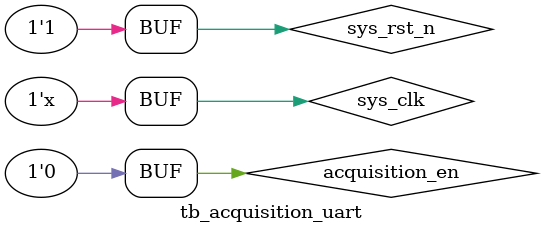
<source format=v>
`timescale 1ns / 1ps


module tb_acquisition_uart ();
  // parameter define
  parameter CLK_PERIOD = 20;

  parameter SYS_CLK_FREQ = 50_000_000;  // system clock frequency
  parameter BAUD_RATE = 115_200;  // baud rate

  // reg define
  reg        sys_clk;
  reg        sys_rst_n;
  reg  [7:0] ad_data;
  reg        acquisition_en;

  // wire define
  wire       clk_50m;  // 50MHz clock
  wire       clk_25m;  // 25MHz clock
  wire       locked;  // pll lock signal
  wire       rst_n;  // reset signal, active low

  wire       uart_tx_en;
  wire [7:0] uart_tx_data;
  wire       uart_tx_busy;

  // initial block
  initial begin
    sys_clk = 1'b0;
    sys_rst_n = 1'b0;
    acquisition_en = 1'b0;
    #200 sys_rst_n = 1'b1;
    #10000 acquisition_en = 1'b1;
    #100 acquisition_en = 1'b0;
  end

  // main code

  assign rst_n = sys_rst_n & locked; // generate a new reset signal from system reset and pll lock signal

  // clock gen
  always #(CLK_PERIOD / 2) sys_clk = ~sys_clk;  // 50MHz

  // ad simulation
  always @(posedge clk_25m or negedge rst_n) begin
    if (!rst_n) begin
      ad_data <= 8'd0;
    end else begin
      ad_data <= ad_data + 1'b1;
    end
  end

  // pll
  clk_wiz_0 clk_wiz_tb_au (
      .clk_50m     (clk_50m),  // 50MHz clock
      .clk_25m     (clk_25m),  // 25MHz clock
      .clk_25m_120d(),         // 25MHz clock 120 degree phase shift
      .locked      (locked),   // pll lock signal
      .clk_in1     (sys_clk)   // input clock
  );

  // acquisition_uart
  acquisition_uart acquisition_uart_0 (
      .clk_50m                (clk_50m),
      .clk_25m                (clk_25m),
      .sys_rst_n              (sys_rst_n),
      .acquisition_en         (acquisition_en),
      .ad_data                (ad_data),
      .trigger_threshold      (8'd128),
      .trigger_is_rising_slope(1'b1),
      .trigger_position       (3'd0),
      .acquisition_pulse_sel  (4'd2),
      .uart_tx_en             (uart_tx_en),
      .uart_tx_data           (uart_tx_data),
      .uart_tx_busy           (uart_tx_busy),
      .acquisition_busy       ()
  );

  // uart transmission module
  uart_tx #(
      .SYS_CLK_FREQ(SYS_CLK_FREQ),
      .BAUD_RATE(BAUD_RATE)
  ) uart_tx_tbau0 (
      .sys_clk     (clk_50m),
      .sys_rst_n   (rst_n),
      .uart_tx_en  (uart_tx_en),
      .uart_tx_data(uart_tx_data),
      .uart_txd    (),
      .uart_tx_busy(uart_tx_busy)
  );

endmodule

</source>
